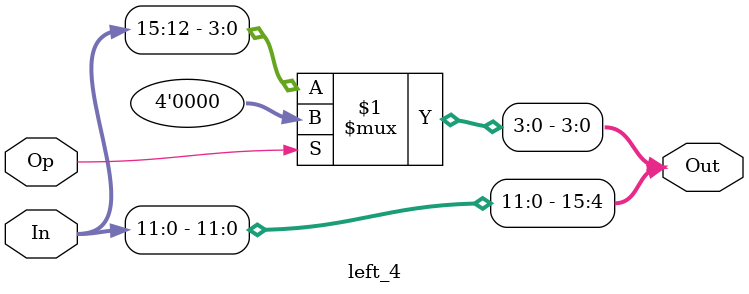
<source format=v>
/*
    shift left/rotate left 4 bit
 */
module left_4 (In, Op, Out);
    parameter   N = 16;
    
    input [N-1:0]  In;
    input Op;
    output [N-1:0] Out;
    
    assign Out[3:0] = Op ? 4'b0 : In[15:12];
    assign Out[15:4] = In[11:0];
endmodule
</source>
